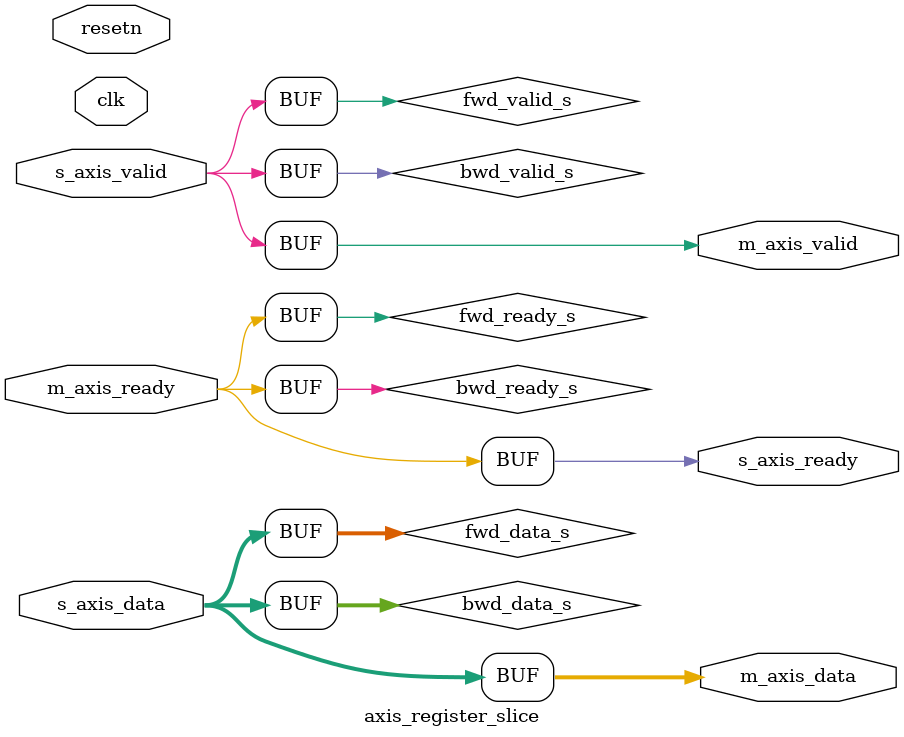
<source format=v>

`timescale 1ns/100ps

module axis_register_slice #(

  parameter DATA_WIDTH = 32,
  parameter FORWARD_REGISTERED = 0,
  parameter BACKWARD_REGISTERED = 0
) (
  input clk,
  input resetn,

  input s_axis_valid,
  output s_axis_ready,
  input [DATA_WIDTH-1:0] s_axis_data,

  output m_axis_valid,
  input m_axis_ready,
  output [DATA_WIDTH-1:0] m_axis_data
);

  /*
   s_axis_data  -> bwd_data     -> fwd_data(1)  -> m_axis_data
   s_axis_valid -> bwd_valid    -> fwd_valid(1) -> m_axis_valid
   s_axis_ready <- bwd_ready(2) <- fwd_ready <- m_axis_ready

   (1) FORWARD_REGISTERED inserts a set of FF before m_axis_data and m_axis_valid
   (2) BACKWARD_REGISTERED insters a FF before s_axis_ready
  */

  wire [DATA_WIDTH-1:0] bwd_data_s;
  wire bwd_valid_s;
  wire bwd_ready_s;
  wire [DATA_WIDTH-1:0] fwd_data_s;
  wire fwd_valid_s;
  wire fwd_ready_s;

  generate if (FORWARD_REGISTERED == 1) begin
    reg fwd_valid = 1'b0;
    reg [DATA_WIDTH-1:0] fwd_data = 'h00;

    assign fwd_ready_s = ~fwd_valid | m_axis_ready;
    assign fwd_valid_s = fwd_valid;
    assign fwd_data_s = fwd_data;

    always @(posedge clk) begin
      if (~fwd_valid | m_axis_ready)
        fwd_data <= bwd_data_s;
    end

    always @(posedge clk) begin
      if (resetn == 1'b0) begin
        fwd_valid <= 1'b0;
      end else begin
        if (bwd_valid_s) begin
          fwd_valid <= 1'b1;
        end else begin
          if (m_axis_ready)
            fwd_valid <= 1'b0;
        end
      end
    end
  end else begin
    assign fwd_data_s = bwd_data_s;
    assign fwd_valid_s = bwd_valid_s;
    assign fwd_ready_s = m_axis_ready;
  end
  endgenerate

  generate if (BACKWARD_REGISTERED == 1) begin
    reg bwd_ready = 1'b1;
    reg [DATA_WIDTH-1:0] bwd_data = 'h00;

    assign bwd_valid_s = ~bwd_ready | s_axis_valid;
    assign bwd_data_s = bwd_ready ? s_axis_data : bwd_data;
    assign bwd_ready_s = bwd_ready;

    always @(posedge clk) begin
      if (bwd_ready)
        bwd_data <= s_axis_data;
    end

    always @(posedge clk) begin
      if (resetn == 1'b0) begin
        bwd_ready <= 1'b1;
      end else begin
        if (fwd_ready_s)
          bwd_ready <= 1'b1;
        else begin
          if (s_axis_valid)
            bwd_ready <= 1'b0;
        end
      end
    end
  end else begin
    assign bwd_valid_s = s_axis_valid;
    assign bwd_data_s = s_axis_data;
    assign bwd_ready_s = fwd_ready_s;
  end endgenerate

  assign m_axis_data = fwd_data_s;
  assign m_axis_valid = fwd_valid_s;
  assign s_axis_ready = bwd_ready_s;

endmodule

</source>
